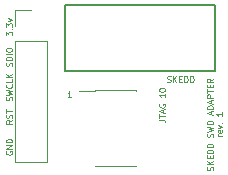
<source format=gbr>
%TF.GenerationSoftware,KiCad,Pcbnew,5.1.8-db9833491~88~ubuntu20.10.1*%
%TF.CreationDate,2020-12-02T23:45:44-06:00*%
%TF.ProjectId,skedd_swd_adapter,736b6564-645f-4737-9764-5f6164617074,rev?*%
%TF.SameCoordinates,Original*%
%TF.FileFunction,Legend,Top*%
%TF.FilePolarity,Positive*%
%FSLAX46Y46*%
G04 Gerber Fmt 4.6, Leading zero omitted, Abs format (unit mm)*
G04 Created by KiCad (PCBNEW 5.1.8-db9833491~88~ubuntu20.10.1) date 2020-12-02 23:45:44*
%MOMM*%
%LPD*%
G01*
G04 APERTURE LIST*
%ADD10C,0.125000*%
%ADD11C,0.120000*%
%ADD12C,0.150000*%
G04 APERTURE END LIST*
D10*
X36810190Y-28174000D02*
X37167333Y-28174000D01*
X37238761Y-28197809D01*
X37286380Y-28245428D01*
X37310190Y-28316857D01*
X37310190Y-28364476D01*
X36810190Y-28007333D02*
X36810190Y-27721619D01*
X37310190Y-27864476D02*
X36810190Y-27864476D01*
X37167333Y-27578761D02*
X37167333Y-27340666D01*
X37310190Y-27626380D02*
X36810190Y-27459714D01*
X37310190Y-27293047D01*
X36834000Y-26864476D02*
X36810190Y-26912095D01*
X36810190Y-26983523D01*
X36834000Y-27054952D01*
X36881619Y-27102571D01*
X36929238Y-27126380D01*
X37024476Y-27150190D01*
X37095904Y-27150190D01*
X37191142Y-27126380D01*
X37238761Y-27102571D01*
X37286380Y-27054952D01*
X37310190Y-26983523D01*
X37310190Y-26935904D01*
X37286380Y-26864476D01*
X37262571Y-26840666D01*
X37095904Y-26840666D01*
X37095904Y-26935904D01*
X37310190Y-25983523D02*
X37310190Y-26269238D01*
X37310190Y-26126380D02*
X36810190Y-26126380D01*
X36881619Y-26174000D01*
X36929238Y-26221619D01*
X36953047Y-26269238D01*
X36810190Y-25674000D02*
X36810190Y-25626380D01*
X36834000Y-25578761D01*
X36857809Y-25554952D01*
X36905428Y-25531142D01*
X37000666Y-25507333D01*
X37119714Y-25507333D01*
X37214952Y-25531142D01*
X37262571Y-25554952D01*
X37286380Y-25578761D01*
X37310190Y-25626380D01*
X37310190Y-25674000D01*
X37286380Y-25721619D01*
X37262571Y-25745428D01*
X37214952Y-25769238D01*
X37119714Y-25793047D01*
X37000666Y-25793047D01*
X36905428Y-25769238D01*
X36857809Y-25745428D01*
X36834000Y-25721619D01*
X36810190Y-25674000D01*
X42136190Y-29563095D02*
X41802857Y-29563095D01*
X41898095Y-29563095D02*
X41850476Y-29539285D01*
X41826666Y-29515476D01*
X41802857Y-29467857D01*
X41802857Y-29420238D01*
X42112380Y-29063095D02*
X42136190Y-29110714D01*
X42136190Y-29205952D01*
X42112380Y-29253571D01*
X42064761Y-29277380D01*
X41874285Y-29277380D01*
X41826666Y-29253571D01*
X41802857Y-29205952D01*
X41802857Y-29110714D01*
X41826666Y-29063095D01*
X41874285Y-29039285D01*
X41921904Y-29039285D01*
X41969523Y-29277380D01*
X41802857Y-28872619D02*
X42136190Y-28753571D01*
X41802857Y-28634523D01*
X42088571Y-28444047D02*
X42112380Y-28420238D01*
X42136190Y-28444047D01*
X42112380Y-28467857D01*
X42088571Y-28444047D01*
X42136190Y-28444047D01*
X42136190Y-27563095D02*
X42136190Y-27848809D01*
X42136190Y-27705952D02*
X41636190Y-27705952D01*
X41707619Y-27753571D01*
X41755238Y-27801190D01*
X41779047Y-27848809D01*
X29352857Y-26261190D02*
X29067142Y-26261190D01*
X29210000Y-26261190D02*
X29210000Y-25761190D01*
X29162380Y-25832619D01*
X29114761Y-25880238D01*
X29067142Y-25904047D01*
X41350380Y-32444047D02*
X41374190Y-32372619D01*
X41374190Y-32253571D01*
X41350380Y-32205952D01*
X41326571Y-32182142D01*
X41278952Y-32158333D01*
X41231333Y-32158333D01*
X41183714Y-32182142D01*
X41159904Y-32205952D01*
X41136095Y-32253571D01*
X41112285Y-32348809D01*
X41088476Y-32396428D01*
X41064666Y-32420238D01*
X41017047Y-32444047D01*
X40969428Y-32444047D01*
X40921809Y-32420238D01*
X40898000Y-32396428D01*
X40874190Y-32348809D01*
X40874190Y-32229761D01*
X40898000Y-32158333D01*
X41374190Y-31944047D02*
X40874190Y-31944047D01*
X41374190Y-31658333D02*
X41088476Y-31872619D01*
X40874190Y-31658333D02*
X41159904Y-31944047D01*
X41112285Y-31444047D02*
X41112285Y-31277380D01*
X41374190Y-31205952D02*
X41374190Y-31444047D01*
X40874190Y-31444047D01*
X40874190Y-31205952D01*
X41374190Y-30991666D02*
X40874190Y-30991666D01*
X40874190Y-30872619D01*
X40898000Y-30801190D01*
X40945619Y-30753571D01*
X40993238Y-30729761D01*
X41088476Y-30705952D01*
X41159904Y-30705952D01*
X41255142Y-30729761D01*
X41302761Y-30753571D01*
X41350380Y-30801190D01*
X41374190Y-30872619D01*
X41374190Y-30991666D01*
X41374190Y-30491666D02*
X40874190Y-30491666D01*
X40874190Y-30372619D01*
X40898000Y-30301190D01*
X40945619Y-30253571D01*
X40993238Y-30229761D01*
X41088476Y-30205952D01*
X41159904Y-30205952D01*
X41255142Y-30229761D01*
X41302761Y-30253571D01*
X41350380Y-30301190D01*
X41374190Y-30372619D01*
X41374190Y-30491666D01*
X41350380Y-29634523D02*
X41374190Y-29563095D01*
X41374190Y-29444047D01*
X41350380Y-29396428D01*
X41326571Y-29372619D01*
X41278952Y-29348809D01*
X41231333Y-29348809D01*
X41183714Y-29372619D01*
X41159904Y-29396428D01*
X41136095Y-29444047D01*
X41112285Y-29539285D01*
X41088476Y-29586904D01*
X41064666Y-29610714D01*
X41017047Y-29634523D01*
X40969428Y-29634523D01*
X40921809Y-29610714D01*
X40898000Y-29586904D01*
X40874190Y-29539285D01*
X40874190Y-29420238D01*
X40898000Y-29348809D01*
X40874190Y-29182142D02*
X41374190Y-29063095D01*
X41017047Y-28967857D01*
X41374190Y-28872619D01*
X40874190Y-28753571D01*
X41374190Y-28563095D02*
X40874190Y-28563095D01*
X40874190Y-28444047D01*
X40898000Y-28372619D01*
X40945619Y-28325000D01*
X40993238Y-28301190D01*
X41088476Y-28277380D01*
X41159904Y-28277380D01*
X41255142Y-28301190D01*
X41302761Y-28325000D01*
X41350380Y-28372619D01*
X41374190Y-28444047D01*
X41374190Y-28563095D01*
X41231333Y-27705952D02*
X41231333Y-27467857D01*
X41374190Y-27753571D02*
X40874190Y-27586904D01*
X41374190Y-27420238D01*
X41374190Y-27253571D02*
X40874190Y-27253571D01*
X40874190Y-27134523D01*
X40898000Y-27063095D01*
X40945619Y-27015476D01*
X40993238Y-26991666D01*
X41088476Y-26967857D01*
X41159904Y-26967857D01*
X41255142Y-26991666D01*
X41302761Y-27015476D01*
X41350380Y-27063095D01*
X41374190Y-27134523D01*
X41374190Y-27253571D01*
X41231333Y-26777380D02*
X41231333Y-26539285D01*
X41374190Y-26825000D02*
X40874190Y-26658333D01*
X41374190Y-26491666D01*
X41374190Y-26325000D02*
X40874190Y-26325000D01*
X40874190Y-26134523D01*
X40898000Y-26086904D01*
X40921809Y-26063095D01*
X40969428Y-26039285D01*
X41040857Y-26039285D01*
X41088476Y-26063095D01*
X41112285Y-26086904D01*
X41136095Y-26134523D01*
X41136095Y-26325000D01*
X40874190Y-25896428D02*
X40874190Y-25610714D01*
X41374190Y-25753571D02*
X40874190Y-25753571D01*
X41112285Y-25444047D02*
X41112285Y-25277380D01*
X41374190Y-25205952D02*
X41374190Y-25444047D01*
X40874190Y-25444047D01*
X40874190Y-25205952D01*
X41374190Y-24705952D02*
X41136095Y-24872619D01*
X41374190Y-24991666D02*
X40874190Y-24991666D01*
X40874190Y-24801190D01*
X40898000Y-24753571D01*
X40921809Y-24729761D01*
X40969428Y-24705952D01*
X41040857Y-24705952D01*
X41088476Y-24729761D01*
X41112285Y-24753571D01*
X41136095Y-24801190D01*
X41136095Y-24991666D01*
X37488952Y-24967380D02*
X37560380Y-24991190D01*
X37679428Y-24991190D01*
X37727047Y-24967380D01*
X37750857Y-24943571D01*
X37774666Y-24895952D01*
X37774666Y-24848333D01*
X37750857Y-24800714D01*
X37727047Y-24776904D01*
X37679428Y-24753095D01*
X37584190Y-24729285D01*
X37536571Y-24705476D01*
X37512761Y-24681666D01*
X37488952Y-24634047D01*
X37488952Y-24586428D01*
X37512761Y-24538809D01*
X37536571Y-24515000D01*
X37584190Y-24491190D01*
X37703238Y-24491190D01*
X37774666Y-24515000D01*
X37988952Y-24991190D02*
X37988952Y-24491190D01*
X38274666Y-24991190D02*
X38060380Y-24705476D01*
X38274666Y-24491190D02*
X37988952Y-24776904D01*
X38488952Y-24729285D02*
X38655619Y-24729285D01*
X38727047Y-24991190D02*
X38488952Y-24991190D01*
X38488952Y-24491190D01*
X38727047Y-24491190D01*
X38941333Y-24991190D02*
X38941333Y-24491190D01*
X39060380Y-24491190D01*
X39131809Y-24515000D01*
X39179428Y-24562619D01*
X39203238Y-24610238D01*
X39227047Y-24705476D01*
X39227047Y-24776904D01*
X39203238Y-24872142D01*
X39179428Y-24919761D01*
X39131809Y-24967380D01*
X39060380Y-24991190D01*
X38941333Y-24991190D01*
X39441333Y-24991190D02*
X39441333Y-24491190D01*
X39560380Y-24491190D01*
X39631809Y-24515000D01*
X39679428Y-24562619D01*
X39703238Y-24610238D01*
X39727047Y-24705476D01*
X39727047Y-24776904D01*
X39703238Y-24872142D01*
X39679428Y-24919761D01*
X39631809Y-24967380D01*
X39560380Y-24991190D01*
X39441333Y-24991190D01*
X24356190Y-28213809D02*
X24118095Y-28380476D01*
X24356190Y-28499523D02*
X23856190Y-28499523D01*
X23856190Y-28309047D01*
X23880000Y-28261428D01*
X23903809Y-28237619D01*
X23951428Y-28213809D01*
X24022857Y-28213809D01*
X24070476Y-28237619D01*
X24094285Y-28261428D01*
X24118095Y-28309047D01*
X24118095Y-28499523D01*
X24332380Y-28023333D02*
X24356190Y-27951904D01*
X24356190Y-27832857D01*
X24332380Y-27785238D01*
X24308571Y-27761428D01*
X24260952Y-27737619D01*
X24213333Y-27737619D01*
X24165714Y-27761428D01*
X24141904Y-27785238D01*
X24118095Y-27832857D01*
X24094285Y-27928095D01*
X24070476Y-27975714D01*
X24046666Y-27999523D01*
X23999047Y-28023333D01*
X23951428Y-28023333D01*
X23903809Y-27999523D01*
X23880000Y-27975714D01*
X23856190Y-27928095D01*
X23856190Y-27809047D01*
X23880000Y-27737619D01*
X23856190Y-27594761D02*
X23856190Y-27309047D01*
X24356190Y-27451904D02*
X23856190Y-27451904D01*
X23880000Y-30860952D02*
X23856190Y-30908571D01*
X23856190Y-30980000D01*
X23880000Y-31051428D01*
X23927619Y-31099047D01*
X23975238Y-31122857D01*
X24070476Y-31146666D01*
X24141904Y-31146666D01*
X24237142Y-31122857D01*
X24284761Y-31099047D01*
X24332380Y-31051428D01*
X24356190Y-30980000D01*
X24356190Y-30932380D01*
X24332380Y-30860952D01*
X24308571Y-30837142D01*
X24141904Y-30837142D01*
X24141904Y-30932380D01*
X24356190Y-30622857D02*
X23856190Y-30622857D01*
X24356190Y-30337142D01*
X23856190Y-30337142D01*
X24356190Y-30099047D02*
X23856190Y-30099047D01*
X23856190Y-29980000D01*
X23880000Y-29908571D01*
X23927619Y-29860952D01*
X23975238Y-29837142D01*
X24070476Y-29813333D01*
X24141904Y-29813333D01*
X24237142Y-29837142D01*
X24284761Y-29860952D01*
X24332380Y-29908571D01*
X24356190Y-29980000D01*
X24356190Y-30099047D01*
X24332380Y-26530952D02*
X24356190Y-26459523D01*
X24356190Y-26340476D01*
X24332380Y-26292857D01*
X24308571Y-26269047D01*
X24260952Y-26245238D01*
X24213333Y-26245238D01*
X24165714Y-26269047D01*
X24141904Y-26292857D01*
X24118095Y-26340476D01*
X24094285Y-26435714D01*
X24070476Y-26483333D01*
X24046666Y-26507142D01*
X23999047Y-26530952D01*
X23951428Y-26530952D01*
X23903809Y-26507142D01*
X23880000Y-26483333D01*
X23856190Y-26435714D01*
X23856190Y-26316666D01*
X23880000Y-26245238D01*
X23856190Y-26078571D02*
X24356190Y-25959523D01*
X23999047Y-25864285D01*
X24356190Y-25769047D01*
X23856190Y-25650000D01*
X24308571Y-25173809D02*
X24332380Y-25197619D01*
X24356190Y-25269047D01*
X24356190Y-25316666D01*
X24332380Y-25388095D01*
X24284761Y-25435714D01*
X24237142Y-25459523D01*
X24141904Y-25483333D01*
X24070476Y-25483333D01*
X23975238Y-25459523D01*
X23927619Y-25435714D01*
X23880000Y-25388095D01*
X23856190Y-25316666D01*
X23856190Y-25269047D01*
X23880000Y-25197619D01*
X23903809Y-25173809D01*
X24356190Y-24721428D02*
X24356190Y-24959523D01*
X23856190Y-24959523D01*
X24356190Y-24554761D02*
X23856190Y-24554761D01*
X24356190Y-24269047D02*
X24070476Y-24483333D01*
X23856190Y-24269047D02*
X24141904Y-24554761D01*
X24332380Y-23633809D02*
X24356190Y-23562380D01*
X24356190Y-23443333D01*
X24332380Y-23395714D01*
X24308571Y-23371904D01*
X24260952Y-23348095D01*
X24213333Y-23348095D01*
X24165714Y-23371904D01*
X24141904Y-23395714D01*
X24118095Y-23443333D01*
X24094285Y-23538571D01*
X24070476Y-23586190D01*
X24046666Y-23610000D01*
X23999047Y-23633809D01*
X23951428Y-23633809D01*
X23903809Y-23610000D01*
X23880000Y-23586190D01*
X23856190Y-23538571D01*
X23856190Y-23419523D01*
X23880000Y-23348095D01*
X24356190Y-23133809D02*
X23856190Y-23133809D01*
X23856190Y-23014761D01*
X23880000Y-22943333D01*
X23927619Y-22895714D01*
X23975238Y-22871904D01*
X24070476Y-22848095D01*
X24141904Y-22848095D01*
X24237142Y-22871904D01*
X24284761Y-22895714D01*
X24332380Y-22943333D01*
X24356190Y-23014761D01*
X24356190Y-23133809D01*
X24356190Y-22633809D02*
X23856190Y-22633809D01*
X23856190Y-22300476D02*
X23856190Y-22205238D01*
X23880000Y-22157619D01*
X23927619Y-22110000D01*
X24022857Y-22086190D01*
X24189523Y-22086190D01*
X24284761Y-22110000D01*
X24332380Y-22157619D01*
X24356190Y-22205238D01*
X24356190Y-22300476D01*
X24332380Y-22348095D01*
X24284761Y-22395714D01*
X24189523Y-22419523D01*
X24022857Y-22419523D01*
X23927619Y-22395714D01*
X23880000Y-22348095D01*
X23856190Y-22300476D01*
X23856190Y-21034285D02*
X23856190Y-20724761D01*
X24046666Y-20891428D01*
X24046666Y-20820000D01*
X24070476Y-20772380D01*
X24094285Y-20748571D01*
X24141904Y-20724761D01*
X24260952Y-20724761D01*
X24308571Y-20748571D01*
X24332380Y-20772380D01*
X24356190Y-20820000D01*
X24356190Y-20962857D01*
X24332380Y-21010476D01*
X24308571Y-21034285D01*
X24308571Y-20510476D02*
X24332380Y-20486666D01*
X24356190Y-20510476D01*
X24332380Y-20534285D01*
X24308571Y-20510476D01*
X24356190Y-20510476D01*
X23856190Y-20320000D02*
X23856190Y-20010476D01*
X24046666Y-20177142D01*
X24046666Y-20105714D01*
X24070476Y-20058095D01*
X24094285Y-20034285D01*
X24141904Y-20010476D01*
X24260952Y-20010476D01*
X24308571Y-20034285D01*
X24332380Y-20058095D01*
X24356190Y-20105714D01*
X24356190Y-20248571D01*
X24332380Y-20296190D01*
X24308571Y-20320000D01*
X24022857Y-19843809D02*
X24356190Y-19724761D01*
X24022857Y-19605714D01*
D11*
%TO.C,J1*%
X31340001Y-25655001D02*
X34870001Y-25655001D01*
X31340001Y-32125001D02*
X34870001Y-32125001D01*
X30015001Y-25720001D02*
X31340001Y-25720001D01*
X31340001Y-25655001D02*
X31340001Y-25720001D01*
X34870001Y-25655001D02*
X34870001Y-25720001D01*
X31340001Y-32060001D02*
X31340001Y-32125001D01*
X34870001Y-32060001D02*
X34870001Y-32125001D01*
%TO.C,J2*%
X24625001Y-31730001D02*
X27285001Y-31730001D01*
X24625001Y-21510001D02*
X24625001Y-31730001D01*
X27285001Y-21510001D02*
X27285001Y-31730001D01*
X24625001Y-21510001D02*
X27285001Y-21510001D01*
X24625001Y-20240001D02*
X24625001Y-18910001D01*
X24625001Y-18910001D02*
X25955001Y-18910001D01*
D12*
%TO.C,J3*%
X28855001Y-18490001D02*
X28855001Y-24090001D01*
X41555001Y-24090001D02*
X28855001Y-24090001D01*
X41555001Y-18490001D02*
X41555001Y-24090001D01*
X28855001Y-18490001D02*
X41555001Y-18490001D01*
%TD*%
M02*

</source>
